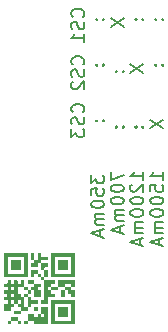
<source format=gbo>
G04 (created by PCBNEW (2014-01-10 BZR 4027)-stable) date Thursday, 14 August 2014 18:29:29*
%MOIN*%
G04 Gerber Fmt 3.4, Leading zero omitted, Abs format*
%FSLAX34Y34*%
G01*
G70*
G90*
G04 APERTURE LIST*
%ADD10C,0.00590551*%
%ADD11C,0.00511811*%
%ADD12C,0.0001*%
G04 APERTURE END LIST*
G54D10*
G54D11*
X73384Y-67350D02*
X73404Y-67329D01*
X73425Y-67268D01*
X73425Y-67226D01*
X73404Y-67164D01*
X73363Y-67123D01*
X73322Y-67103D01*
X73239Y-67082D01*
X73177Y-67082D01*
X73095Y-67103D01*
X73054Y-67123D01*
X73012Y-67164D01*
X72992Y-67226D01*
X72992Y-67268D01*
X73012Y-67329D01*
X73033Y-67350D01*
X73404Y-67515D02*
X73425Y-67577D01*
X73425Y-67680D01*
X73404Y-67721D01*
X73384Y-67742D01*
X73342Y-67763D01*
X73301Y-67763D01*
X73260Y-67742D01*
X73239Y-67721D01*
X73219Y-67680D01*
X73198Y-67598D01*
X73177Y-67556D01*
X73157Y-67536D01*
X73115Y-67515D01*
X73074Y-67515D01*
X73033Y-67536D01*
X73012Y-67556D01*
X72992Y-67598D01*
X72992Y-67701D01*
X73012Y-67763D01*
X73425Y-68175D02*
X73425Y-67928D01*
X73425Y-68051D02*
X72992Y-68051D01*
X73054Y-68010D01*
X73095Y-67969D01*
X73115Y-67928D01*
X73384Y-68938D02*
X73404Y-68917D01*
X73425Y-68856D01*
X73425Y-68814D01*
X73404Y-68752D01*
X73363Y-68711D01*
X73322Y-68691D01*
X73239Y-68670D01*
X73177Y-68670D01*
X73095Y-68691D01*
X73054Y-68711D01*
X73012Y-68752D01*
X72992Y-68814D01*
X72992Y-68856D01*
X73012Y-68917D01*
X73033Y-68938D01*
X73404Y-69103D02*
X73425Y-69165D01*
X73425Y-69268D01*
X73404Y-69309D01*
X73384Y-69330D01*
X73342Y-69350D01*
X73301Y-69350D01*
X73260Y-69330D01*
X73239Y-69309D01*
X73219Y-69268D01*
X73198Y-69185D01*
X73177Y-69144D01*
X73157Y-69124D01*
X73115Y-69103D01*
X73074Y-69103D01*
X73033Y-69124D01*
X73012Y-69144D01*
X72992Y-69185D01*
X72992Y-69289D01*
X73012Y-69350D01*
X73033Y-69515D02*
X73012Y-69536D01*
X72992Y-69577D01*
X72992Y-69680D01*
X73012Y-69722D01*
X73033Y-69742D01*
X73074Y-69763D01*
X73115Y-69763D01*
X73177Y-69742D01*
X73425Y-69495D01*
X73425Y-69763D01*
X73384Y-70526D02*
X73404Y-70505D01*
X73425Y-70443D01*
X73425Y-70402D01*
X73404Y-70340D01*
X73363Y-70299D01*
X73322Y-70278D01*
X73239Y-70258D01*
X73177Y-70258D01*
X73095Y-70278D01*
X73054Y-70299D01*
X73012Y-70340D01*
X72992Y-70402D01*
X72992Y-70443D01*
X73012Y-70505D01*
X73033Y-70526D01*
X73404Y-70691D02*
X73425Y-70753D01*
X73425Y-70856D01*
X73404Y-70897D01*
X73384Y-70918D01*
X73342Y-70938D01*
X73301Y-70938D01*
X73260Y-70918D01*
X73239Y-70897D01*
X73219Y-70856D01*
X73198Y-70773D01*
X73177Y-70732D01*
X73157Y-70712D01*
X73115Y-70691D01*
X73074Y-70691D01*
X73033Y-70712D01*
X73012Y-70732D01*
X72992Y-70773D01*
X72992Y-70877D01*
X73012Y-70938D01*
X72992Y-71083D02*
X72992Y-71351D01*
X73157Y-71206D01*
X73157Y-71268D01*
X73177Y-71310D01*
X73198Y-71330D01*
X73239Y-71351D01*
X73342Y-71351D01*
X73384Y-71330D01*
X73404Y-71310D01*
X73425Y-71268D01*
X73425Y-71145D01*
X73404Y-71103D01*
X73384Y-71083D01*
X74041Y-67433D02*
X74062Y-67453D01*
X74082Y-67433D01*
X74062Y-67412D01*
X74041Y-67433D01*
X74082Y-67433D01*
X73814Y-67433D02*
X73835Y-67453D01*
X73855Y-67433D01*
X73835Y-67412D01*
X73814Y-67433D01*
X73855Y-67433D01*
X74041Y-68959D02*
X74062Y-68979D01*
X74082Y-68959D01*
X74062Y-68938D01*
X74041Y-68959D01*
X74082Y-68959D01*
X73814Y-68959D02*
X73835Y-68979D01*
X73855Y-68959D01*
X73835Y-68938D01*
X73814Y-68959D01*
X73855Y-68959D01*
X74041Y-70815D02*
X74062Y-70835D01*
X74082Y-70815D01*
X74062Y-70794D01*
X74041Y-70815D01*
X74082Y-70815D01*
X73814Y-70815D02*
X73835Y-70835D01*
X73855Y-70815D01*
X73835Y-70794D01*
X73814Y-70815D01*
X73855Y-70815D01*
X73649Y-72629D02*
X73649Y-72898D01*
X73814Y-72753D01*
X73814Y-72815D01*
X73835Y-72856D01*
X73855Y-72877D01*
X73897Y-72898D01*
X74000Y-72898D01*
X74041Y-72877D01*
X74062Y-72856D01*
X74082Y-72815D01*
X74082Y-72691D01*
X74062Y-72650D01*
X74041Y-72629D01*
X73649Y-73289D02*
X73649Y-73083D01*
X73855Y-73062D01*
X73835Y-73083D01*
X73814Y-73124D01*
X73814Y-73227D01*
X73835Y-73269D01*
X73855Y-73289D01*
X73897Y-73310D01*
X74000Y-73310D01*
X74041Y-73289D01*
X74062Y-73269D01*
X74082Y-73227D01*
X74082Y-73124D01*
X74062Y-73083D01*
X74041Y-73062D01*
X73649Y-73578D02*
X73649Y-73619D01*
X73670Y-73661D01*
X73690Y-73681D01*
X73732Y-73702D01*
X73814Y-73722D01*
X73917Y-73722D01*
X74000Y-73702D01*
X74041Y-73681D01*
X74062Y-73661D01*
X74082Y-73619D01*
X74082Y-73578D01*
X74062Y-73537D01*
X74041Y-73516D01*
X74000Y-73496D01*
X73917Y-73475D01*
X73814Y-73475D01*
X73732Y-73496D01*
X73690Y-73516D01*
X73670Y-73537D01*
X73649Y-73578D01*
X74082Y-73908D02*
X73794Y-73908D01*
X73835Y-73908D02*
X73814Y-73929D01*
X73794Y-73970D01*
X73794Y-74032D01*
X73814Y-74073D01*
X73855Y-74094D01*
X74082Y-74094D01*
X73855Y-74094D02*
X73814Y-74114D01*
X73794Y-74155D01*
X73794Y-74217D01*
X73814Y-74259D01*
X73855Y-74279D01*
X74082Y-74279D01*
X73959Y-74465D02*
X73959Y-74671D01*
X74082Y-74424D02*
X73649Y-74568D01*
X74082Y-74712D01*
X74307Y-67391D02*
X74740Y-67680D01*
X74307Y-67680D02*
X74740Y-67391D01*
X74699Y-69165D02*
X74719Y-69185D01*
X74740Y-69165D01*
X74719Y-69144D01*
X74699Y-69165D01*
X74740Y-69165D01*
X74472Y-69165D02*
X74492Y-69185D01*
X74513Y-69165D01*
X74492Y-69144D01*
X74472Y-69165D01*
X74513Y-69165D01*
X74699Y-71021D02*
X74719Y-71041D01*
X74740Y-71021D01*
X74719Y-71000D01*
X74699Y-71021D01*
X74740Y-71021D01*
X74472Y-71021D02*
X74492Y-71041D01*
X74513Y-71021D01*
X74492Y-71000D01*
X74472Y-71021D01*
X74513Y-71021D01*
X74307Y-72506D02*
X74307Y-72794D01*
X74740Y-72609D01*
X74307Y-73042D02*
X74307Y-73083D01*
X74327Y-73124D01*
X74348Y-73145D01*
X74389Y-73166D01*
X74472Y-73186D01*
X74575Y-73186D01*
X74657Y-73166D01*
X74699Y-73145D01*
X74719Y-73124D01*
X74740Y-73083D01*
X74740Y-73042D01*
X74719Y-73001D01*
X74699Y-72980D01*
X74657Y-72959D01*
X74575Y-72939D01*
X74472Y-72939D01*
X74389Y-72959D01*
X74348Y-72980D01*
X74327Y-73001D01*
X74307Y-73042D01*
X74307Y-73454D02*
X74307Y-73496D01*
X74327Y-73537D01*
X74348Y-73557D01*
X74389Y-73578D01*
X74472Y-73599D01*
X74575Y-73599D01*
X74657Y-73578D01*
X74699Y-73557D01*
X74719Y-73537D01*
X74740Y-73496D01*
X74740Y-73454D01*
X74719Y-73413D01*
X74699Y-73392D01*
X74657Y-73372D01*
X74575Y-73351D01*
X74472Y-73351D01*
X74389Y-73372D01*
X74348Y-73392D01*
X74327Y-73413D01*
X74307Y-73454D01*
X74740Y-73784D02*
X74451Y-73784D01*
X74492Y-73784D02*
X74472Y-73805D01*
X74451Y-73846D01*
X74451Y-73908D01*
X74472Y-73949D01*
X74513Y-73970D01*
X74740Y-73970D01*
X74513Y-73970D02*
X74472Y-73991D01*
X74451Y-74032D01*
X74451Y-74094D01*
X74472Y-74135D01*
X74513Y-74155D01*
X74740Y-74155D01*
X74616Y-74341D02*
X74616Y-74547D01*
X74740Y-74300D02*
X74307Y-74444D01*
X74740Y-74589D01*
X75356Y-67433D02*
X75377Y-67453D01*
X75397Y-67433D01*
X75377Y-67412D01*
X75356Y-67433D01*
X75397Y-67433D01*
X75129Y-67433D02*
X75150Y-67453D01*
X75170Y-67433D01*
X75150Y-67412D01*
X75129Y-67433D01*
X75170Y-67433D01*
X74964Y-68917D02*
X75397Y-69206D01*
X74964Y-69206D02*
X75397Y-68917D01*
X75356Y-71021D02*
X75377Y-71041D01*
X75397Y-71021D01*
X75377Y-71000D01*
X75356Y-71021D01*
X75397Y-71021D01*
X75129Y-71021D02*
X75150Y-71041D01*
X75170Y-71021D01*
X75150Y-71000D01*
X75129Y-71021D01*
X75170Y-71021D01*
X75397Y-72774D02*
X75397Y-72526D01*
X75397Y-72650D02*
X74964Y-72650D01*
X75026Y-72609D01*
X75067Y-72568D01*
X75088Y-72526D01*
X75005Y-72939D02*
X74985Y-72959D01*
X74964Y-73001D01*
X74964Y-73104D01*
X74985Y-73145D01*
X75005Y-73166D01*
X75047Y-73186D01*
X75088Y-73186D01*
X75150Y-73166D01*
X75397Y-72918D01*
X75397Y-73186D01*
X74964Y-73454D02*
X74964Y-73496D01*
X74985Y-73537D01*
X75005Y-73557D01*
X75047Y-73578D01*
X75129Y-73599D01*
X75232Y-73599D01*
X75315Y-73578D01*
X75356Y-73557D01*
X75377Y-73537D01*
X75397Y-73496D01*
X75397Y-73454D01*
X75377Y-73413D01*
X75356Y-73392D01*
X75315Y-73372D01*
X75232Y-73351D01*
X75129Y-73351D01*
X75047Y-73372D01*
X75005Y-73392D01*
X74985Y-73413D01*
X74964Y-73454D01*
X74964Y-73867D02*
X74964Y-73908D01*
X74985Y-73949D01*
X75005Y-73970D01*
X75047Y-73991D01*
X75129Y-74011D01*
X75232Y-74011D01*
X75315Y-73991D01*
X75356Y-73970D01*
X75377Y-73949D01*
X75397Y-73908D01*
X75397Y-73867D01*
X75377Y-73826D01*
X75356Y-73805D01*
X75315Y-73784D01*
X75232Y-73764D01*
X75129Y-73764D01*
X75047Y-73784D01*
X75005Y-73805D01*
X74985Y-73826D01*
X74964Y-73867D01*
X75397Y-74197D02*
X75109Y-74197D01*
X75150Y-74197D02*
X75129Y-74217D01*
X75109Y-74259D01*
X75109Y-74320D01*
X75129Y-74362D01*
X75170Y-74382D01*
X75397Y-74382D01*
X75170Y-74382D02*
X75129Y-74403D01*
X75109Y-74444D01*
X75109Y-74506D01*
X75129Y-74547D01*
X75170Y-74568D01*
X75397Y-74568D01*
X75273Y-74754D02*
X75273Y-74960D01*
X75397Y-74712D02*
X74964Y-74857D01*
X75397Y-75001D01*
X76013Y-67433D02*
X76034Y-67453D01*
X76055Y-67433D01*
X76034Y-67412D01*
X76013Y-67433D01*
X76055Y-67433D01*
X75787Y-67433D02*
X75807Y-67453D01*
X75828Y-67433D01*
X75807Y-67412D01*
X75787Y-67433D01*
X75828Y-67433D01*
X76013Y-68959D02*
X76034Y-68979D01*
X76055Y-68959D01*
X76034Y-68938D01*
X76013Y-68959D01*
X76055Y-68959D01*
X75787Y-68959D02*
X75807Y-68979D01*
X75828Y-68959D01*
X75807Y-68938D01*
X75787Y-68959D01*
X75828Y-68959D01*
X75622Y-70773D02*
X76055Y-71062D01*
X75622Y-71062D02*
X76055Y-70773D01*
X76055Y-72774D02*
X76055Y-72526D01*
X76055Y-72650D02*
X75622Y-72650D01*
X75684Y-72609D01*
X75725Y-72568D01*
X75745Y-72526D01*
X75622Y-73166D02*
X75622Y-72959D01*
X75828Y-72939D01*
X75807Y-72959D01*
X75787Y-73001D01*
X75787Y-73104D01*
X75807Y-73145D01*
X75828Y-73166D01*
X75869Y-73186D01*
X75972Y-73186D01*
X76013Y-73166D01*
X76034Y-73145D01*
X76055Y-73104D01*
X76055Y-73001D01*
X76034Y-72959D01*
X76013Y-72939D01*
X75622Y-73454D02*
X75622Y-73496D01*
X75642Y-73537D01*
X75663Y-73557D01*
X75704Y-73578D01*
X75787Y-73599D01*
X75890Y-73599D01*
X75972Y-73578D01*
X76013Y-73557D01*
X76034Y-73537D01*
X76055Y-73496D01*
X76055Y-73454D01*
X76034Y-73413D01*
X76013Y-73392D01*
X75972Y-73372D01*
X75890Y-73351D01*
X75787Y-73351D01*
X75704Y-73372D01*
X75663Y-73392D01*
X75642Y-73413D01*
X75622Y-73454D01*
X75622Y-73867D02*
X75622Y-73908D01*
X75642Y-73949D01*
X75663Y-73970D01*
X75704Y-73991D01*
X75787Y-74011D01*
X75890Y-74011D01*
X75972Y-73991D01*
X76013Y-73970D01*
X76034Y-73949D01*
X76055Y-73908D01*
X76055Y-73867D01*
X76034Y-73826D01*
X76013Y-73805D01*
X75972Y-73784D01*
X75890Y-73764D01*
X75787Y-73764D01*
X75704Y-73784D01*
X75663Y-73805D01*
X75642Y-73826D01*
X75622Y-73867D01*
X76055Y-74197D02*
X75766Y-74197D01*
X75807Y-74197D02*
X75787Y-74217D01*
X75766Y-74259D01*
X75766Y-74320D01*
X75787Y-74362D01*
X75828Y-74382D01*
X76055Y-74382D01*
X75828Y-74382D02*
X75787Y-74403D01*
X75766Y-74444D01*
X75766Y-74506D01*
X75787Y-74547D01*
X75828Y-74568D01*
X76055Y-74568D01*
X75931Y-74754D02*
X75931Y-74960D01*
X76055Y-74712D02*
X75622Y-74857D01*
X76055Y-75001D01*
G54D12*
G36*
X72323Y-77591D02*
X72434Y-77591D01*
X72434Y-77474D01*
X72434Y-77194D01*
X72434Y-76914D01*
X72714Y-76914D01*
X72994Y-76914D01*
X72994Y-77194D01*
X72994Y-77474D01*
X72714Y-77474D01*
X72434Y-77474D01*
X72434Y-77591D01*
X72717Y-77591D01*
X73111Y-77591D01*
X73111Y-77197D01*
X73111Y-76803D01*
X72717Y-76803D01*
X72323Y-76803D01*
X72323Y-77197D01*
X72323Y-77591D01*
X72323Y-77591D01*
X72323Y-77591D01*
G37*
G36*
X71537Y-77474D02*
X71649Y-77476D01*
X71761Y-77477D01*
X71763Y-77534D01*
X71764Y-77591D01*
X71985Y-77591D01*
X71985Y-77363D01*
X71985Y-77308D01*
X71985Y-77252D01*
X72040Y-77252D01*
X72096Y-77252D01*
X72096Y-77308D01*
X72096Y-77363D01*
X72040Y-77363D01*
X71985Y-77363D01*
X71985Y-77591D01*
X71985Y-77591D01*
X72041Y-77590D01*
X72087Y-77590D01*
X72125Y-77590D01*
X72155Y-77589D01*
X72177Y-77589D01*
X72193Y-77588D01*
X72204Y-77587D01*
X72209Y-77585D01*
X72210Y-77584D01*
X72210Y-77578D01*
X72211Y-77563D01*
X72211Y-77539D01*
X72211Y-77509D01*
X72211Y-77472D01*
X72211Y-77429D01*
X72211Y-77382D01*
X72211Y-77332D01*
X72211Y-77303D01*
X72210Y-77028D01*
X72099Y-77028D01*
X71987Y-77028D01*
X71986Y-77140D01*
X71985Y-77252D01*
X71930Y-77252D01*
X71875Y-77252D01*
X71875Y-77308D01*
X71875Y-77363D01*
X71820Y-77363D01*
X71764Y-77363D01*
X71764Y-77308D01*
X71764Y-77252D01*
X71650Y-77252D01*
X71537Y-77252D01*
X71537Y-77363D01*
X71537Y-77474D01*
X71537Y-77474D01*
X71537Y-77474D01*
G37*
G36*
X71426Y-77591D02*
X71481Y-77591D01*
X71537Y-77591D01*
X71537Y-77532D01*
X71537Y-77474D01*
X71481Y-77474D01*
X71426Y-77474D01*
X71426Y-77533D01*
X71426Y-77591D01*
X71426Y-77591D01*
X71426Y-77591D01*
G37*
G36*
X70977Y-77474D02*
X71088Y-77474D01*
X71199Y-77474D01*
X71199Y-77533D01*
X71199Y-77591D01*
X71254Y-77591D01*
X71281Y-77590D01*
X71298Y-77589D01*
X71309Y-77587D01*
X71313Y-77584D01*
X71313Y-77576D01*
X71314Y-77561D01*
X71314Y-77541D01*
X71314Y-77527D01*
X71312Y-77477D01*
X71255Y-77475D01*
X71199Y-77474D01*
X71199Y-77419D01*
X71199Y-77363D01*
X71088Y-77363D01*
X70977Y-77363D01*
X70977Y-77419D01*
X70977Y-77474D01*
X70977Y-77474D01*
X70977Y-77474D01*
G37*
G36*
X70866Y-77591D02*
X70921Y-77591D01*
X70977Y-77591D01*
X70977Y-77533D01*
X70977Y-77474D01*
X70921Y-77474D01*
X70866Y-77474D01*
X70866Y-77533D01*
X70866Y-77591D01*
X70866Y-77591D01*
X70866Y-77591D01*
G37*
G36*
X71537Y-76244D02*
X71650Y-76244D01*
X71764Y-76244D01*
X71764Y-76300D01*
X71764Y-76355D01*
X71706Y-76355D01*
X71648Y-76355D01*
X71648Y-76410D01*
X71648Y-76465D01*
X71706Y-76465D01*
X71764Y-76465D01*
X71764Y-76579D01*
X71764Y-76692D01*
X71875Y-76692D01*
X71985Y-76692D01*
X71985Y-76579D01*
X71985Y-76465D01*
X71930Y-76465D01*
X71875Y-76465D01*
X71875Y-76410D01*
X71875Y-76355D01*
X71930Y-76355D01*
X71985Y-76355D01*
X71985Y-76300D01*
X71985Y-76244D01*
X71875Y-76244D01*
X71764Y-76244D01*
X71763Y-76187D01*
X71761Y-76130D01*
X71649Y-76129D01*
X71537Y-76128D01*
X71537Y-76186D01*
X71537Y-76244D01*
X71537Y-76244D01*
X71537Y-76244D01*
G37*
G36*
X71537Y-76576D02*
X71592Y-76576D01*
X71648Y-76576D01*
X71648Y-76520D01*
X71648Y-76465D01*
X71592Y-76465D01*
X71537Y-76465D01*
X71537Y-76520D01*
X71537Y-76576D01*
X71537Y-76576D01*
X71537Y-76576D01*
G37*
G36*
X71537Y-77025D02*
X71592Y-77025D01*
X71648Y-77025D01*
X71648Y-76970D01*
X71648Y-76914D01*
X71761Y-76914D01*
X71875Y-76914D01*
X71875Y-76859D01*
X71875Y-76803D01*
X71761Y-76803D01*
X71648Y-76803D01*
X71648Y-76748D01*
X71648Y-76692D01*
X71592Y-76692D01*
X71537Y-76692D01*
X71537Y-76859D01*
X71537Y-77025D01*
X71537Y-77025D01*
X71537Y-77025D01*
G37*
G36*
X71426Y-76465D02*
X71481Y-76465D01*
X71537Y-76465D01*
X71537Y-76410D01*
X71537Y-76355D01*
X71481Y-76355D01*
X71426Y-76355D01*
X71426Y-76410D01*
X71426Y-76465D01*
X71426Y-76465D01*
X71426Y-76465D01*
G37*
G36*
X71426Y-76692D02*
X71481Y-76692D01*
X71537Y-76692D01*
X71537Y-76634D01*
X71537Y-76576D01*
X71481Y-76576D01*
X71426Y-76576D01*
X71426Y-76634D01*
X71426Y-76692D01*
X71426Y-76692D01*
X71426Y-76692D01*
G37*
G36*
X71088Y-77252D02*
X71201Y-77252D01*
X71315Y-77252D01*
X71315Y-77197D01*
X71315Y-77141D01*
X71201Y-77141D01*
X71088Y-77141D01*
X71088Y-77197D01*
X71088Y-77252D01*
X71088Y-77252D01*
X71088Y-77252D01*
G37*
G36*
X70749Y-77141D02*
X70863Y-77141D01*
X70977Y-77141D01*
X70977Y-77083D01*
X70977Y-77025D01*
X71032Y-77025D01*
X71088Y-77025D01*
X71088Y-76970D01*
X71088Y-76914D01*
X71032Y-76914D01*
X70977Y-76914D01*
X70977Y-76859D01*
X70977Y-76803D01*
X70977Y-76692D01*
X70977Y-76634D01*
X70977Y-76576D01*
X70977Y-76465D01*
X70977Y-76410D01*
X70977Y-76355D01*
X71032Y-76355D01*
X71088Y-76355D01*
X71088Y-76410D01*
X71088Y-76465D01*
X71032Y-76465D01*
X70977Y-76465D01*
X70977Y-76576D01*
X71032Y-76576D01*
X71088Y-76576D01*
X71088Y-76634D01*
X71088Y-76692D01*
X71032Y-76692D01*
X70977Y-76692D01*
X70977Y-76803D01*
X71032Y-76803D01*
X71088Y-76803D01*
X71088Y-76859D01*
X71088Y-76914D01*
X71143Y-76914D01*
X71199Y-76914D01*
X71199Y-76859D01*
X71199Y-76803D01*
X71257Y-76803D01*
X71315Y-76803D01*
X71315Y-76859D01*
X71315Y-76914D01*
X71257Y-76914D01*
X71199Y-76914D01*
X71199Y-76970D01*
X71199Y-77025D01*
X71255Y-77026D01*
X71312Y-77028D01*
X71314Y-77085D01*
X71315Y-77141D01*
X71426Y-77141D01*
X71537Y-77141D01*
X71537Y-77083D01*
X71537Y-77025D01*
X71481Y-77025D01*
X71426Y-77025D01*
X71426Y-76859D01*
X71426Y-76692D01*
X71370Y-76692D01*
X71315Y-76692D01*
X71314Y-76635D01*
X71312Y-76579D01*
X71255Y-76577D01*
X71199Y-76576D01*
X71199Y-76465D01*
X71199Y-76355D01*
X71312Y-76355D01*
X71426Y-76355D01*
X71426Y-76241D01*
X71426Y-76128D01*
X71370Y-76128D01*
X71315Y-76128D01*
X71314Y-76185D01*
X71312Y-76241D01*
X71257Y-76241D01*
X71201Y-76241D01*
X71200Y-76185D01*
X71198Y-76128D01*
X71143Y-76128D01*
X71088Y-76128D01*
X71088Y-76186D01*
X71088Y-76244D01*
X71032Y-76244D01*
X70977Y-76244D01*
X70977Y-76186D01*
X70977Y-76128D01*
X70921Y-76128D01*
X70866Y-76128D01*
X70865Y-76185D01*
X70863Y-76241D01*
X70806Y-76243D01*
X70749Y-76244D01*
X70749Y-76300D01*
X70749Y-76355D01*
X70807Y-76355D01*
X70866Y-76355D01*
X70866Y-76410D01*
X70866Y-76465D01*
X70807Y-76465D01*
X70749Y-76465D01*
X70749Y-76520D01*
X70749Y-76576D01*
X70806Y-76577D01*
X70863Y-76579D01*
X70863Y-76634D01*
X70863Y-76690D01*
X70806Y-76691D01*
X70749Y-76692D01*
X70749Y-76748D01*
X70749Y-76803D01*
X70807Y-76803D01*
X70866Y-76803D01*
X70866Y-76859D01*
X70866Y-76914D01*
X70807Y-76914D01*
X70749Y-76914D01*
X70749Y-77028D01*
X70749Y-77141D01*
X70749Y-77141D01*
X70749Y-77141D01*
G37*
G36*
X71764Y-77141D02*
X71820Y-77141D01*
X71875Y-77141D01*
X71874Y-77085D01*
X71873Y-77028D01*
X71818Y-77026D01*
X71764Y-77025D01*
X71764Y-77083D01*
X71764Y-77141D01*
X71764Y-77141D01*
X71764Y-77141D01*
G37*
G36*
X72772Y-76465D02*
X72828Y-76465D01*
X72883Y-76465D01*
X72883Y-76520D01*
X72883Y-76576D01*
X72939Y-76576D01*
X72994Y-76576D01*
X72996Y-76633D01*
X72997Y-76690D01*
X73053Y-76690D01*
X73108Y-76690D01*
X73109Y-76577D01*
X73111Y-76465D01*
X73053Y-76465D01*
X72994Y-76465D01*
X72994Y-76410D01*
X72994Y-76355D01*
X72883Y-76355D01*
X72772Y-76355D01*
X72772Y-76410D01*
X72772Y-76465D01*
X72772Y-76465D01*
X72772Y-76465D01*
G37*
G36*
X72661Y-76692D02*
X72717Y-76692D01*
X72772Y-76692D01*
X72772Y-76579D01*
X72772Y-76465D01*
X72717Y-76465D01*
X72661Y-76465D01*
X72661Y-76579D01*
X72661Y-76692D01*
X72661Y-76692D01*
X72661Y-76692D01*
G37*
G36*
X72323Y-76465D02*
X72434Y-76465D01*
X72545Y-76465D01*
X72545Y-76410D01*
X72545Y-76355D01*
X72659Y-76355D01*
X72772Y-76355D01*
X72772Y-76300D01*
X72772Y-76244D01*
X72883Y-76244D01*
X72994Y-76244D01*
X72994Y-76300D01*
X72994Y-76355D01*
X73053Y-76355D01*
X73111Y-76355D01*
X73109Y-76243D01*
X73108Y-76130D01*
X72828Y-76130D01*
X72548Y-76130D01*
X72547Y-76243D01*
X72545Y-76355D01*
X72434Y-76355D01*
X72323Y-76355D01*
X72323Y-76410D01*
X72323Y-76465D01*
X72323Y-76465D01*
X72323Y-76465D01*
G37*
G36*
X71985Y-75568D02*
X71986Y-75680D01*
X71987Y-75792D01*
X72042Y-75794D01*
X72096Y-75795D01*
X72096Y-75906D01*
X72096Y-76017D01*
X72154Y-76017D01*
X72212Y-76017D01*
X72212Y-75906D01*
X72212Y-75795D01*
X72154Y-75795D01*
X72096Y-75795D01*
X72097Y-75738D01*
X72099Y-75681D01*
X72155Y-75680D01*
X72212Y-75678D01*
X72212Y-75623D01*
X72212Y-75568D01*
X72099Y-75568D01*
X71985Y-75568D01*
X71985Y-75568D01*
X71985Y-75568D01*
G37*
G36*
X71985Y-76128D02*
X72040Y-76128D01*
X72096Y-76128D01*
X72096Y-76072D01*
X72096Y-76017D01*
X72040Y-76017D01*
X71985Y-76017D01*
X71985Y-76072D01*
X71985Y-76128D01*
X71985Y-76128D01*
X71985Y-76128D01*
G37*
G36*
X71985Y-76914D02*
X72099Y-76914D01*
X72212Y-76914D01*
X72212Y-76803D01*
X72212Y-76692D01*
X72323Y-76692D01*
X72434Y-76692D01*
X72434Y-76634D01*
X72434Y-76576D01*
X72379Y-76576D01*
X72323Y-76576D01*
X72323Y-76520D01*
X72323Y-76465D01*
X72268Y-76465D01*
X72212Y-76465D01*
X72212Y-76410D01*
X72212Y-76355D01*
X72268Y-76355D01*
X72323Y-76355D01*
X72323Y-76300D01*
X72323Y-76244D01*
X72379Y-76244D01*
X72434Y-76244D01*
X72434Y-76186D01*
X72434Y-76128D01*
X72265Y-76128D01*
X72096Y-76128D01*
X72096Y-76465D01*
X72096Y-76803D01*
X72040Y-76803D01*
X71985Y-76803D01*
X71985Y-76859D01*
X71985Y-76914D01*
X71985Y-76914D01*
X71985Y-76914D01*
G37*
G36*
X71875Y-76017D02*
X71930Y-76017D01*
X71985Y-76017D01*
X71985Y-75961D01*
X71985Y-75906D01*
X71930Y-75906D01*
X71875Y-75906D01*
X71875Y-75961D01*
X71875Y-76017D01*
X71875Y-76017D01*
X71875Y-76017D01*
G37*
G36*
X71648Y-76017D02*
X71706Y-76017D01*
X71764Y-76017D01*
X71764Y-75961D01*
X71764Y-75906D01*
X71820Y-75906D01*
X71875Y-75906D01*
X71875Y-75850D01*
X71875Y-75795D01*
X71761Y-75795D01*
X71648Y-75795D01*
X71648Y-75906D01*
X71648Y-76017D01*
X71648Y-76017D01*
X71648Y-76017D01*
G37*
G36*
X71648Y-75457D02*
X71706Y-75457D01*
X71764Y-75457D01*
X71764Y-75512D01*
X71764Y-75568D01*
X71706Y-75568D01*
X71648Y-75568D01*
X71648Y-75623D01*
X71648Y-75679D01*
X71761Y-75679D01*
X71875Y-75679D01*
X71875Y-75623D01*
X71875Y-75568D01*
X71930Y-75568D01*
X71985Y-75568D01*
X71985Y-75568D01*
X71985Y-75512D01*
X71985Y-75457D01*
X72099Y-75457D01*
X72212Y-75457D01*
X72212Y-75401D01*
X72212Y-75346D01*
X72100Y-75344D01*
X71987Y-75343D01*
X71986Y-75286D01*
X71985Y-75229D01*
X71930Y-75229D01*
X71875Y-75229D01*
X71875Y-75343D01*
X71875Y-75457D01*
X71820Y-75457D01*
X71764Y-75457D01*
X71763Y-75344D01*
X71761Y-75232D01*
X71706Y-75232D01*
X71650Y-75232D01*
X71649Y-75344D01*
X71648Y-75457D01*
X71648Y-75457D01*
X71648Y-75457D01*
G37*
G36*
X72323Y-76017D02*
X72434Y-76017D01*
X72434Y-75906D01*
X72434Y-75626D01*
X72434Y-75346D01*
X72714Y-75346D01*
X72994Y-75346D01*
X72994Y-75626D01*
X72994Y-75906D01*
X72714Y-75906D01*
X72434Y-75906D01*
X72434Y-76017D01*
X72717Y-76017D01*
X73111Y-76017D01*
X73111Y-75623D01*
X73111Y-75229D01*
X72717Y-75229D01*
X72323Y-75229D01*
X72323Y-75623D01*
X72323Y-76017D01*
X72323Y-76017D01*
X72323Y-76017D01*
G37*
G36*
X70749Y-76017D02*
X70866Y-76017D01*
X70866Y-75906D01*
X70866Y-75626D01*
X70866Y-75346D01*
X71146Y-75346D01*
X71426Y-75346D01*
X71426Y-75626D01*
X71426Y-75906D01*
X71146Y-75906D01*
X70866Y-75906D01*
X70866Y-76017D01*
X71143Y-76017D01*
X71537Y-76017D01*
X71537Y-75623D01*
X71537Y-75229D01*
X71143Y-75229D01*
X70749Y-75229D01*
X70749Y-75623D01*
X70749Y-76017D01*
X70749Y-76017D01*
X70749Y-76017D01*
G37*
G36*
X72545Y-77363D02*
X72714Y-77363D01*
X72883Y-77363D01*
X72883Y-77194D01*
X72883Y-77025D01*
X72716Y-77026D01*
X72548Y-77028D01*
X72547Y-77196D01*
X72545Y-77363D01*
X72545Y-77363D01*
X72545Y-77363D01*
G37*
G36*
X72545Y-75457D02*
X72547Y-75624D01*
X72548Y-75792D01*
X72716Y-75793D01*
X72883Y-75795D01*
X72883Y-75626D01*
X72883Y-75457D01*
X72714Y-75457D01*
X72545Y-75457D01*
X72545Y-75457D01*
X72545Y-75457D01*
G37*
G36*
X70977Y-75795D02*
X71142Y-75795D01*
X71182Y-75795D01*
X71219Y-75794D01*
X71251Y-75794D01*
X71278Y-75793D01*
X71297Y-75793D01*
X71309Y-75792D01*
X71311Y-75791D01*
X71312Y-75786D01*
X71313Y-75771D01*
X71314Y-75749D01*
X71314Y-75720D01*
X71315Y-75686D01*
X71315Y-75648D01*
X71315Y-75622D01*
X71315Y-75457D01*
X71146Y-75457D01*
X70977Y-75457D01*
X70977Y-75626D01*
X70977Y-75795D01*
X70977Y-75795D01*
X70977Y-75795D01*
G37*
M02*

</source>
